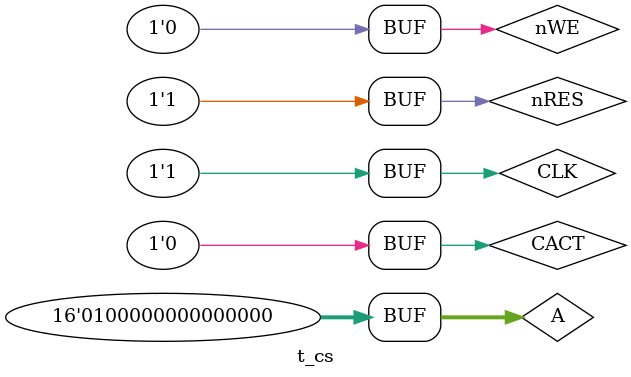
<source format=v>
`timescale 1ns / 1ps


module t_cs;

	// Inputs
	reg [23:8] A;
	reg CLK;
	reg nRES;
	reg nWE;
	reg CACT;

	// Outputs
	wire IOCS;
	wire IACS;
	wire ROMCS;
	wire RAMCS;
	wire SndRAMCSWR;

	// Instantiate the Unit Under Test (UUT)
	CS uut (
		.A(A), 
		.CLK(CLK), 
		.nRES(nRES), 
		.nWE(nWE), 
		.CACT(CACT), 
		.IOCS(IOCS), 
		.IACS(IACS), 
		.ROMCS(ROMCS), 
		.RAMCS(RAMCS), 
		.SndRAMCSWR(SndRAMCSWR)
	);

	initial begin
		A = 0;
		CLK = 0;
		nRES = 0;
		nWE = 0;
		CACT = 0;
		#0;
		
		CLK = 0; #25;
		CLK = 1; #5;
		nRES = 1; #20;
		
		CLK = 0; #25;
		CLK = 1; #25;
		
		A = 16'h0000; #50;
		A = 16'h5000; #50;
		A = 16'h6000; #50;
		A = 16'h7F00; #50;
		A = 16'h7FA1; #50;
		A = 16'h7FA2; #50;
		A = 16'h4000; #50;
		
		CLK = 0; #25;
		CLK = 1; #5;
		CACT = 1; #20;
		
		CLK = 0; #25;
		CLK = 1; #5;
		CACT = 0; #20;
		
		CLK = 0; #25;
		CLK = 1; #25;
		
		A = 16'h0000; #50;
		A = 16'h5000; #50;
		A = 16'h6000; #50;
		A = 16'h0000; #50;
		A = 16'h3FA1; #50;
		A = 16'h3FA2; #50;
		A = 16'h4000; #50;
		
	end
      
endmodule


</source>
